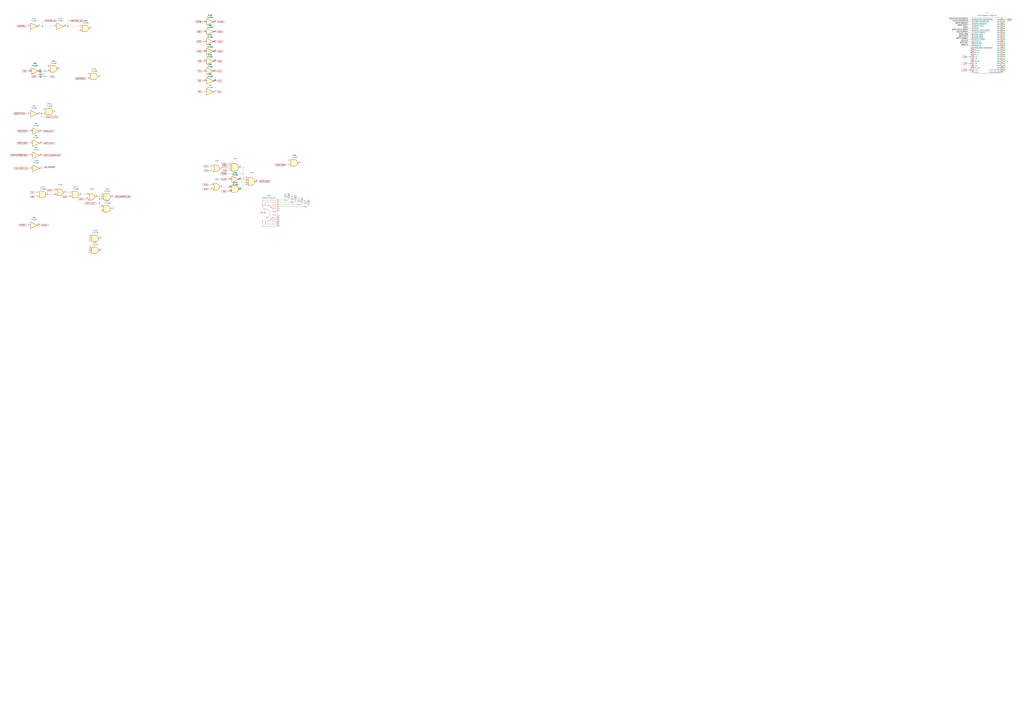
<source format=kicad_sch>
(kicad_sch (version 20211123) (generator eeschema)
  (paper "A0")
  (lib_symbols
    (symbol "74xx:74LS00" (pin_names (offset 1.016))
      (property "Reference" "U" (at 0 1.27 0))
      (property "Value" "74LS00" (at 0 -1.27 0))
      (symbol "74LS00_1_1"
        (pin input line (at -7.62 2.54 0) (length 3.81) (name "~") (number "1"))
        (pin input line (at -7.62 -2.54 0) (length 3.81) (name "~") (number "2"))
        (pin output inverted (at 7.62 0 180) (length 3.81) (name "~") (number "3"))
      )
      (symbol "74LS00_1_2"
        (pin input inverted (at -7.62 2.54 0) (length 4.318) (name "~") (number "1"))
        (pin input inverted (at -7.62 -2.54 0) (length 4.318) (name "~") (number "2"))
        (pin output line (at 7.62 0 180) (length 3.81) (name "~") (number "3"))
      )
      (symbol "74LS00_2_1"
        (pin input line (at -7.62 2.54 0) (length 3.81) (name "~") (number "4"))
        (pin input line (at -7.62 -2.54 0) (length 3.81) (name "~") (number "5"))
        (pin output inverted (at 7.62 0 180) (length 3.81) (name "~") (number "6"))
      )
      (symbol "74LS00_2_2"
        (pin input inverted (at -7.62 2.54 0) (length 4.318) (name "~") (number "4"))
        (pin input inverted (at -7.62 -2.54 0) (length 4.318) (name "~") (number "5"))
        (pin output line (at 7.62 0 180) (length 3.81) (name "~") (number "6"))
      )
      (symbol "74LS00_3_1"
        (pin input line (at -7.62 -2.54 0) (length 3.81) (name "~") (number "10"))
        (pin output inverted (at 7.62 0 180) (length 3.81) (name "~") (number "8"))
        (pin input line (at -7.62 2.54 0) (length 3.81) (name "~") (number "9"))
      )
      (symbol "74LS00_3_2"
        (pin input inverted (at -7.62 -2.54 0) (length 4.318) (name "~") (number "10"))
        (pin output line (at 7.62 0 180) (length 3.81) (name "~") (number "8"))
        (pin input inverted (at -7.62 2.54 0) (length 4.318) (name "~") (number "9"))
      )
      (symbol "74LS00_4_1"
        (pin output inverted (at 7.62 0 180) (length 3.81) (name "~") (number "11"))
        (pin input line (at -7.62 2.54 0) (length 3.81) (name "~") (number "12"))
        (pin input line (at -7.62 -2.54 0) (length 3.81) (name "~") (number "13"))
      )
      (symbol "74LS00_4_2"
        (pin output line (at 7.62 0 180) (length 3.81) (name "~") (number "11"))
        (pin input inverted (at -7.62 2.54 0) (length 4.318) (name "~") (number "12"))
        (pin input inverted (at -7.62 -2.54 0) (length 4.318) (name "~") (number "13"))
      )
      (symbol "74LS00_5_0"
        (pin power_in line (at 0 12.7 270) (length 5.08) (name "VCC") (number "14"))
        (pin power_in line (at 0 -12.7 90) (length 5.08) (name "GND") (number "7"))
      )
    )
    (symbol "74xx:74LS04"
      (property "Reference" "U" (at 0 1.27 0))
      (property "Value" "74LS04" (at 0 -1.27 0))
      (symbol "74LS04_1_0"
        (pin input line (at -7.62 0 0) (length 3.81) (name "~") (number "1"))
        (pin output inverted (at 7.62 0 180) (length 3.81) (name "~") (number "2"))
      )
      (symbol "74LS04_2_0"
        (pin input line (at -7.62 0 0) (length 3.81) (name "~") (number "3"))
        (pin output inverted (at 7.62 0 180) (length 3.81) (name "~") (number "4"))
      )
      (symbol "74LS04_3_0"
        (pin input line (at -7.62 0 0) (length 3.81) (name "~") (number "5"))
        (pin output inverted (at 7.62 0 180) (length 3.81) (name "~") (number "6"))
      )
      (symbol "74LS04_4_0"
        (pin output inverted (at 7.62 0 180) (length 3.81) (name "~") (number "8"))
        (pin input line (at -7.62 0 0) (length 3.81) (name "~") (number "9"))
      )
      (symbol "74LS04_5_0"
        (pin output inverted (at 7.62 0 180) (length 3.81) (name "~") (number "10"))
        (pin input line (at -7.62 0 0) (length 3.81) (name "~") (number "11"))
      )
      (symbol "74LS04_6_0"
        (pin output inverted (at 7.62 0 180) (length 3.81) (name "~") (number "12"))
        (pin input line (at -7.62 0 0) (length 3.81) (name "~") (number "13"))
      )
      (symbol "74LS04_7_0"
        (pin power_in line (at 0 12.7 270) (length 5.08) (name "VCC") (number "14"))
        (pin power_in line (at 0 -12.7 90) (length 5.08) (name "GND") (number "7"))
      )
    )
    (symbol "74xx:74LS05" (pin_names (offset 1.016))
      (property "Reference" "U" (at 0 1.27 0))
      (property "Value" "74LS05" (at 0 -1.27 0))
      (symbol "74LS05_1_0"
        (pin input line (at -7.62 0 0) (length 3.81) (name "~") (number "1"))
        (pin open_collector inverted (at 7.62 0 180) (length 3.81) (name "~") (number "2"))
      )
      (symbol "74LS05_2_0"
        (pin input line (at -7.62 0 0) (length 3.81) (name "~") (number "3"))
        (pin open_collector inverted (at 7.62 0 180) (length 3.81) (name "~") (number "4"))
      )
      (symbol "74LS05_3_0"
        (pin input line (at -7.62 0 0) (length 3.81) (name "~") (number "5"))
        (pin open_collector inverted (at 7.62 0 180) (length 3.81) (name "~") (number "6"))
      )
      (symbol "74LS05_4_0"
        (pin open_collector inverted (at 7.62 0 180) (length 3.81) (name "~") (number "8"))
        (pin input line (at -7.62 0 0) (length 3.81) (name "~") (number "9"))
      )
      (symbol "74LS05_5_0"
        (pin open_collector inverted (at 7.62 0 180) (length 3.81) (name "~") (number "10"))
        (pin input line (at -7.62 0 0) (length 3.81) (name "~") (number "11"))
      )
      (symbol "74LS05_6_0"
        (pin open_collector inverted (at 7.62 0 180) (length 3.81) (name "~") (number "12"))
        (pin input line (at -7.62 0 0) (length 3.81) (name "~") (number "13"))
      )
      (symbol "74LS05_7_0"
        (pin power_in line (at 0 12.7 270) (length 5.08) (name "VCC") (number "14"))
        (pin power_in line (at 0 -12.7 90) (length 5.08) (name "GND") (number "7"))
      )
    )
    (symbol "74xx:74LS08" (pin_names (offset 1.016))
      (property "Reference" "U" (at 0 1.27 0))
      (property "Value" "74LS08" (at 0 -1.27 0))
      (symbol "74LS08_1_1"
        (pin input line (at -7.62 2.54 0) (length 3.81) (name "~") (number "1"))
        (pin input line (at -7.62 -2.54 0) (length 3.81) (name "~") (number "2"))
        (pin output line (at 7.62 0 180) (length 3.81) (name "~") (number "3"))
      )
      (symbol "74LS08_1_2"
        (pin input inverted (at -7.62 2.54 0) (length 4.318) (name "~") (number "1"))
        (pin input inverted (at -7.62 -2.54 0) (length 4.318) (name "~") (number "2"))
        (pin output inverted (at 7.62 0 180) (length 3.81) (name "~") (number "3"))
      )
      (symbol "74LS08_2_1"
        (pin input line (at -7.62 2.54 0) (length 3.81) (name "~") (number "4"))
        (pin input line (at -7.62 -2.54 0) (length 3.81) (name "~") (number "5"))
        (pin output line (at 7.62 0 180) (length 3.81) (name "~") (number "6"))
      )
      (symbol "74LS08_2_2"
        (pin input inverted (at -7.62 2.54 0) (length 4.318) (name "~") (number "4"))
        (pin input inverted (at -7.62 -2.54 0) (length 4.318) (name "~") (number "5"))
        (pin output inverted (at 7.62 0 180) (length 3.81) (name "~") (number "6"))
      )
      (symbol "74LS08_3_1"
        (pin input line (at -7.62 -2.54 0) (length 3.81) (name "~") (number "10"))
        (pin output line (at 7.62 0 180) (length 3.81) (name "~") (number "8"))
        (pin input line (at -7.62 2.54 0) (length 3.81) (name "~") (number "9"))
      )
      (symbol "74LS08_3_2"
        (pin input inverted (at -7.62 -2.54 0) (length 4.318) (name "~") (number "10"))
        (pin output inverted (at 7.62 0 180) (length 3.81) (name "~") (number "8"))
        (pin input inverted (at -7.62 2.54 0) (length 4.318) (name "~") (number "9"))
      )
      (symbol "74LS08_4_1"
        (pin output line (at 7.62 0 180) (length 3.81) (name "~") (number "11"))
        (pin input line (at -7.62 2.54 0) (length 3.81) (name "~") (number "12"))
        (pin input line (at -7.62 -2.54 0) (length 3.81) (name "~") (number "13"))
      )
      (symbol "74LS08_4_2"
        (pin output inverted (at 7.62 0 180) (length 3.81) (name "~") (number "11"))
        (pin input inverted (at -7.62 2.54 0) (length 4.318) (name "~") (number "12"))
        (pin input inverted (at -7.62 -2.54 0) (length 4.318) (name "~") (number "13"))
      )
      (symbol "74LS08_5_0"
        (pin power_in line (at 0 12.7 270) (length 5.08) (name "VCC") (number "14"))
        (pin power_in line (at 0 -12.7 90) (length 5.08) (name "GND") (number "7"))
      )
    )
    (symbol "74xx:74LS10" (pin_names (offset 1.016))
      (property "Reference" "U" (at 0 1.27 0))
      (property "Value" "74LS10" (at 0 -1.27 0))
      (symbol "74LS10_1_1"
        (pin input line (at -7.62 2.54 0) (length 3.81) (name "~") (number "1"))
        (pin output inverted (at 7.62 0 180) (length 3.81) (name "~") (number "12"))
        (pin input line (at -7.62 -2.54 0) (length 3.81) (name "~") (number "13"))
        (pin input line (at -7.62 0 0) (length 3.81) (name "~") (number "2"))
      )
      (symbol "74LS10_1_2"
        (pin input inverted (at -7.62 2.54 0) (length 4.318) (name "~") (number "1"))
        (pin output line (at 7.62 0 180) (length 3.81) (name "~") (number "12"))
        (pin input inverted (at -7.62 -2.54 0) (length 4.318) (name "~") (number "13"))
        (pin input inverted (at -7.62 0 0) (length 4.953) (name "~") (number "2"))
      )
      (symbol "74LS10_2_1"
        (pin input line (at -7.62 2.54 0) (length 3.81) (name "~") (number "3"))
        (pin input line (at -7.62 0 0) (length 3.81) (name "~") (number "4"))
        (pin input line (at -7.62 -2.54 0) (length 3.81) (name "~") (number "5"))
        (pin output inverted (at 7.62 0 180) (length 3.81) (name "~") (number "6"))
      )
      (symbol "74LS10_2_2"
        (pin input inverted (at -7.62 2.54 0) (length 4.318) (name "~") (number "3"))
        (pin input inverted (at -7.62 0 0) (length 4.953) (name "~") (number "4"))
        (pin input inverted (at -7.62 -2.54 0) (length 4.318) (name "~") (number "5"))
        (pin output line (at 7.62 0 180) (length 3.81) (name "~") (number "6"))
      )
      (symbol "74LS10_3_1"
        (pin input line (at -7.62 0 0) (length 3.81) (name "~") (number "10"))
        (pin input line (at -7.62 -2.54 0) (length 3.81) (name "~") (number "11"))
        (pin output inverted (at 7.62 0 180) (length 3.81) (name "~") (number "8"))
        (pin input line (at -7.62 2.54 0) (length 3.81) (name "~") (number "9"))
      )
      (symbol "74LS10_3_2"
        (pin input inverted (at -7.62 0 0) (length 4.953) (name "~") (number "10"))
        (pin input inverted (at -7.62 -2.54 0) (length 4.318) (name "~") (number "11"))
        (pin output line (at 7.62 0 180) (length 3.81) (name "~") (number "8"))
        (pin input inverted (at -7.62 2.54 0) (length 4.318) (name "~") (number "9"))
      )
      (symbol "74LS10_4_0"
        (pin power_in line (at 0 12.7 270) (length 5.08) (name "VCC") (number "14"))
        (pin power_in line (at 0 -12.7 90) (length 5.08) (name "GND") (number "7"))
      )
    )
    (symbol "74xx:74LS20" (pin_names (offset 1.016))
      (property "Reference" "U" (at 0 1.27 0))
      (property "Value" "74LS20" (at 0 -1.27 0))
      (symbol "74LS20_1_1"
        (pin input line (at -7.62 3.81 0) (length 3.81) (name "~") (number "1"))
        (pin input line (at -7.62 1.27 0) (length 3.81) (name "~") (number "2"))
        (pin input line (at -7.62 -1.27 0) (length 3.81) (name "~") (number "4"))
        (pin input line (at -7.62 -3.81 0) (length 3.81) (name "~") (number "5"))
        (pin output inverted (at 7.62 0 180) (length 3.81) (name "~") (number "6"))
      )
      (symbol "74LS20_1_2"
        (pin input inverted (at -7.62 3.81 0) (length 3.81) (name "~") (number "1"))
        (pin input inverted (at -7.62 1.27 0) (length 4.826) (name "~") (number "2"))
        (pin input inverted (at -7.62 -1.27 0) (length 4.826) (name "~") (number "4"))
        (pin input inverted (at -7.62 -3.81 0) (length 3.81) (name "~") (number "5"))
        (pin output line (at 7.62 0 180) (length 3.81) (name "~") (number "6"))
      )
      (symbol "74LS20_2_1"
        (pin input line (at -7.62 1.27 0) (length 3.81) (name "~") (number "10"))
        (pin input line (at -7.62 -1.27 0) (length 3.81) (name "~") (number "12"))
        (pin input line (at -7.62 -3.81 0) (length 3.81) (name "~") (number "13"))
        (pin output inverted (at 7.62 0 180) (length 3.81) (name "~") (number "8"))
        (pin input line (at -7.62 3.81 0) (length 3.81) (name "~") (number "9"))
      )
      (symbol "74LS20_2_2"
        (pin input inverted (at -7.62 1.27 0) (length 4.826) (name "~") (number "10"))
        (pin input inverted (at -7.62 -1.27 0) (length 4.826) (name "~") (number "12"))
        (pin input inverted (at -7.62 -3.81 0) (length 3.81) (name "~") (number "13"))
        (pin output line (at 7.62 0 180) (length 3.81) (name "~") (number "8"))
        (pin input inverted (at -7.62 3.81 0) (length 3.81) (name "~") (number "9"))
      )
      (symbol "74LS20_3_0"
        (pin power_in line (at 0 12.7 270) (length 5.08) (name "VCC") (number "14"))
        (pin power_in line (at 0 -12.7 90) (length 5.08) (name "GND") (number "7"))
      )
    )
    (symbol "74xx:74LS32" (pin_names (offset 1.016))
      (property "Reference" "U" (at 0 1.27 0))
      (property "Value" "74LS32" (at 0 -1.27 0))
      (symbol "74LS32_1_1"
        (pin input line (at -7.62 2.54 0) (length 4.318) (name "~") (number "1"))
        (pin input line (at -7.62 -2.54 0) (length 4.318) (name "~") (number "2"))
        (pin output line (at 7.62 0 180) (length 3.81) (name "~") (number "3"))
      )
      (symbol "74LS32_1_2"
        (pin input inverted (at -7.62 2.54 0) (length 3.81) (name "~") (number "1"))
        (pin input inverted (at -7.62 -2.54 0) (length 3.81) (name "~") (number "2"))
        (pin output inverted (at 7.62 0 180) (length 3.81) (name "~") (number "3"))
      )
      (symbol "74LS32_2_1"
        (pin input line (at -7.62 2.54 0) (length 4.318) (name "~") (number "4"))
        (pin input line (at -7.62 -2.54 0) (length 4.318) (name "~") (number "5"))
        (pin output line (at 7.62 0 180) (length 3.81) (name "~") (number "6"))
      )
      (symbol "74LS32_2_2"
        (pin input inverted (at -7.62 2.54 0) (length 3.81) (name "~") (number "4"))
        (pin input inverted (at -7.62 -2.54 0) (length 3.81) (name "~") (number "5"))
        (pin output inverted (at 7.62 0 180) (length 3.81) (name "~") (number "6"))
      )
      (symbol "74LS32_3_1"
        (pin input line (at -7.62 -2.54 0) (length 4.318) (name "~") (number "10"))
        (pin output line (at 7.62 0 180) (length 3.81) (name "~") (number "8"))
        (pin input line (at -7.62 2.54 0) (length 4.318) (name "~") (number "9"))
      )
      (symbol "74LS32_3_2"
        (pin input inverted (at -7.62 -2.54 0) (length 3.81) (name "~") (number "10"))
        (pin output inverted (at 7.62 0 180) (length 3.81) (name "~") (number "8"))
        (pin input inverted (at -7.62 2.54 0) (length 3.81) (name "~") (number "9"))
      )
      (symbol "74LS32_4_1"
        (pin output line (at 7.62 0 180) (length 3.81) (name "~") (number "11"))
        (pin input line (at -7.62 2.54 0) (length 4.318) (name "~") (number "12"))
        (pin input line (at -7.62 -2.54 0) (length 4.318) (name "~") (number "13"))
      )
      (symbol "74LS32_4_2"
        (pin output inverted (at 7.62 0 180) (length 3.81) (name "~") (number "11"))
        (pin input inverted (at -7.62 2.54 0) (length 3.81) (name "~") (number "12"))
        (pin input inverted (at -7.62 -2.54 0) (length 3.81) (name "~") (number "13"))
      )
      (symbol "74LS32_5_0"
        (pin power_in line (at 0 12.7 270) (length 5.08) (name "VCC") (number "14"))
        (pin power_in line (at 0 -12.7 90) (length 5.08) (name "GND") (number "7"))
      )
    )
    (symbol "Data General:Disc_Adapter_Floppy"
      (property "Reference" "P" (at -16.51 -1.27 0))
      (property "Value" "Disc_Adapter_Floppy" (at 0 -1.27 0))
      (symbol "Disc_Adapter_Floppy_1_1"
        (pin passive line (at -19.05 62.23 0) (length 2.54) (name "~{READ_DATA_SEPERATED}") (number "1"))
        (pin passive line (at -19.05 39.37 0) (length 2.54) (name "~{WRITE_ENABLE}") (number "10"))
        (pin passive line (at -19.05 36.83 0) (length 2.54) (name "~{STEP_IN}") (number "11"))
        (pin passive line (at -19.05 34.29 0) (length 2.54) (name "~{STEP_OUT}") (number "12"))
        (pin passive line (at -19.05 31.75 0) (length 2.54) (name "~{TRACK_0}") (number "13"))
        (pin passive line (at -19.05 29.21 0) (length 2.54) (name "~{READ_DATA_COMPOSITE}") (number "14"))
        (pin unspecified line (at -19.05 26.67 0) (length 2.54) (name "Pin_15") (number "15"))
        (pin unspecified line (at -19.05 24.13 0) (length 2.54) (name "Pin_16") (number "16"))
        (pin unspecified line (at -19.05 21.59 0) (length 2.54) (name "Pin_17") (number "17"))
        (pin passive line (at -19.05 19.05 0) (length 2.54) (name "+5V") (number "18"))
        (pin passive line (at -19.05 16.51 0) (length 2.54) (name "+5V") (number "19"))
        (pin passive line (at -19.05 59.69 0) (length 2.54) (name "~{CLOCK_SEPERATED}") (number "2"))
        (pin unspecified line (at -19.05 13.97 0) (length 2.54) (name "Pin_20") (number "20"))
        (pin passive line (at -19.05 11.43 0) (length 2.54) (name "-5V") (number "21"))
        (pin passive line (at -19.05 8.89 0) (length 2.54) (name "-5V") (number "22"))
        (pin unspecified line (at -19.05 6.35 0) (length 2.54) (name "Pin_23") (number "23"))
        (pin passive line (at -19.05 3.81 0) (length 2.54) (name "+24V") (number "24"))
        (pin passive line (at -19.05 1.27 0) (length 2.54) (name "+24V") (number "25"))
        (pin passive line (at 17.78 62.23 180) (length 2.54) (name "GND") (number "26"))
        (pin passive line (at 17.78 59.69 180) (length 2.54) (name "GND") (number "27"))
        (pin passive line (at 17.78 57.15 180) (length 2.54) (name "GND") (number "28"))
        (pin passive line (at 17.78 54.61 180) (length 2.54) (name "GND") (number "29"))
        (pin passive line (at -19.05 57.15 0) (length 2.54) (name "~{WRITE_PROTECT}") (number "3"))
        (pin passive line (at 17.78 52.07 180) (length 2.54) (name "GND") (number "30"))
        (pin passive line (at 17.78 49.53 180) (length 2.54) (name "GND") (number "31"))
        (pin passive line (at 17.78 46.99 180) (length 2.54) (name "GND") (number "32"))
        (pin passive line (at 17.78 44.45 180) (length 2.54) (name "GND") (number "33"))
        (pin passive line (at 17.78 41.91 180) (length 2.54) (name "GND") (number "34"))
        (pin passive line (at 17.78 39.37 180) (length 2.54) (name "GND") (number "35"))
        (pin passive line (at 17.78 36.83 180) (length 2.54) (name "GND") (number "36"))
        (pin passive line (at 17.78 34.29 180) (length 2.54) (name "GND") (number "37"))
        (pin passive line (at 17.78 31.75 180) (length 2.54) (name "GND") (number "38"))
        (pin passive line (at 17.78 29.21 180) (length 2.54) (name "GND") (number "39"))
        (pin passive line (at -19.05 54.61 0) (length 2.54) (name "~{WRITE_FAULT}") (number "4"))
        (pin passive line (at 17.78 26.67 180) (length 2.54) (name "GND") (number "40"))
        (pin passive line (at 17.78 24.13 180) (length 2.54) (name "GND") (number "41"))
        (pin passive line (at 17.78 21.59 180) (length 2.54) (name "GND") (number "42"))
        (pin passive line (at 17.78 19.05 180) (length 2.54) (name "GND") (number "43"))
        (pin passive line (at 17.78 16.51 180) (length 2.54) (name "GND") (number "44"))
        (pin passive line (at 17.78 13.97 180) (length 2.54) (name "GND") (number "45"))
        (pin passive line (at 17.78 11.43 180) (length 2.54) (name "GND") (number "46"))
        (pin passive line (at 17.78 8.89 180) (length 2.54) (name "GND") (number "47"))
        (pin passive line (at 17.78 6.35 180) (length 2.54) (name "GND") (number "48"))
        (pin passive line (at 17.78 3.81 180) (length 2.54) (name "+24V_RETURN") (number "49"))
        (pin passive line (at -19.05 52.07 0) (length 2.54) (name "~{INDEX}") (number "5"))
        (pin passive line (at 17.78 1.27 180) (length 2.54) (name "+24V_RETURN") (number "50"))
        (pin passive line (at -19.05 49.53 0) (length 2.54) (name "~{WRITE_FAULT_RESET}") (number "6"))
        (pin passive line (at -19.05 46.99 0) (length 2.54) (name "~{LOW_CURRENT}") (number "7"))
        (pin passive line (at -19.05 44.45 0) (length 2.54) (name "~{HEAD_LOAD}") (number "8"))
        (pin passive line (at -19.05 41.91 0) (length 2.54) (name "~{WRITE_DATA}") (number "9"))
      )
    )
    (symbol "Device:C_Small" (pin_numbers hide) (pin_names (offset 0.254) hide)
      (property "Reference" "C" (at 0.254 1.778 0))
      (property "Value" "C_Small" (at 0.254 -2.032 0))
      (symbol "C_Small_1_1"
        (pin passive line (at 0 2.54 270) (length 2.032) (name "~") (number "1"))
        (pin passive line (at 0 -2.54 90) (length 2.032) (name "~") (number "2"))
      )
    )
    (symbol "Device:R_Small_US" (pin_numbers hide) (pin_names (offset 0.254) hide)
      (property "Reference" "R" (at 0.762 0.508 0))
      (property "Value" "R_Small_US" (at 0.762 -1.016 0))
      (symbol "R_Small_US_1_1"
        (pin passive line (at 0 2.54 270) (length 1.016) (name "~") (number "1"))
        (pin passive line (at 0 -2.54 90) (length 1.016) (name "~") (number "2"))
      )
    )
    (symbol "Switch:SW_Rotary12" (pin_names (offset 1.016) hide)
      (property "Reference" "SW" (at 0 17.78 0))
      (property "Value" "SW_Rotary12" (at 0 -17.78 0))
      (symbol "SW_Rotary12_0_1"
        (pin passive line (at 10.16 15.24 180) (length 5.08) (name "1") (number "1"))
        (pin passive line (at 10.16 -10.16 180) (length 5.08) (name "10") (number "10"))
        (pin passive line (at 10.16 -12.7 180) (length 5.08) (name "11") (number "11"))
        (pin passive line (at 10.16 -15.24 180) (length 5.08) (name "12") (number "12"))
        (pin passive line (at -15.24 0 0) (length 7.62) (name "13") (number "13"))
        (pin passive line (at 10.16 12.7 180) (length 5.08) (name "2") (number "2"))
        (pin passive line (at 10.16 10.16 180) (length 5.08) (name "3") (number "3"))
        (pin passive line (at 10.16 7.62 180) (length 5.08) (name "4") (number "4"))
        (pin passive line (at 10.16 5.08 180) (length 5.08) (name "5") (number "5"))
        (pin passive line (at 10.16 2.54 180) (length 5.08) (name "6") (number "6"))
        (pin passive line (at 10.16 -2.54 180) (length 5.08) (name "7") (number "7"))
        (pin passive line (at 10.16 -5.08 180) (length 5.08) (name "8") (number "8"))
        (pin passive line (at 10.16 -7.62 180) (length 5.08) (name "9") (number "9"))
      )
    )
  )
  (junction (at 1165.86 50.8))
  (junction (at 1165.86 35.56))
  (junction (at 1165.86 73.66))
  (junction (at 1165.86 66.04))
  (junction (at 1165.86 25.4))
  (junction (at 1165.86 78.74))
  (junction (at 1165.86 60.96))
  (junction (at 115.57 231.14))
  (junction (at 1165.86 76.2))
  (junction (at 1165.86 53.34))
  (junction (at 48.26 132.08))
  (junction (at 1126.49 73.66))
  (junction (at 1126.49 66.04))
  (junction (at 1165.86 22.86))
  (junction (at 49.53 30.48))
  (junction (at 1165.86 81.28))
  (junction (at 1165.86 38.1))
  (junction (at 1165.86 63.5))
  (junction (at 1165.86 68.58))
  (junction (at 1165.86 27.94))
  (junction (at 115.57 236.22))
  (junction (at 1165.86 40.64))
  (junction (at 78.74 30.48))
  (junction (at 1165.86 33.02))
  (junction (at 1165.86 71.12))
  (junction (at 1165.86 43.18))
  (junction (at 1165.86 55.88))
  (junction (at 1126.49 81.28))
  (junction (at 52.07 88.9))
  (junction (at 52.07 82.55))
  (junction (at 1165.86 58.42))
  (junction (at 1165.86 48.26))
  (junction (at 1165.86 45.72))
  (junction (at 1165.86 30.48))
  (no_connect (at 1127.76 71.12))
  (no_connect (at 1127.76 78.74))
  (no_connect (at 1127.76 63.5))
  (no_connect (at 1127.76 60.96))
  (no_connect (at 1127.76 58.42))
  (no_connect (at 1127.76 55.88))
  (wire (pts (xy 281.94 212.09) (xy 284.48 212.09)))
  (wire (pts (xy 1123.95 33.02) (xy 1127.76 33.02)))
  (wire (pts (xy 1123.95 38.1) (xy 1127.76 38.1)))
  (wire (pts (xy 280.67 208.28) (xy 281.94 208.28)))
  (wire (pts (xy 1165.86 53.34) (xy 1165.86 55.88)))
  (wire (pts (xy 1123.95 48.26) (xy 1127.76 48.26)))
  (wire (pts (xy 77.47 30.48) (xy 78.74 30.48)))
  (wire (pts (xy 1126.49 68.58) (xy 1127.76 68.58)))
  (wire (pts (xy 1165.86 30.48) (xy 1165.86 33.02)))
  (wire (pts (xy 1165.86 38.1) (xy 1165.86 40.64)))
  (wire (pts (xy 252.73 36.83) (xy 251.46 36.83)))
  (wire (pts (xy 114.3 228.6) (xy 116.84 228.6)))
  (wire (pts (xy 242.57 219.71) (xy 243.84 219.71)))
  (wire (pts (xy 1165.86 66.04) (xy 1165.86 68.58)))
  (wire (pts (xy 1165.86 48.26) (xy 1165.86 50.8)))
  (wire (pts (xy 264.16 193.04) (xy 265.43 193.04)))
  (wire (pts (xy 242.57 198.12) (xy 243.84 198.12)))
  (wire (pts (xy 1165.86 38.1) (xy 1164.59 38.1)))
  (wire (pts (xy 264.16 201.93) (xy 281.94 201.93)))
  (wire (pts (xy 1165.86 22.86) (xy 1165.86 25.4)))
  (wire (pts (xy 40.64 223.52) (xy 41.91 223.52)))
  (wire (pts (xy 49.53 166.37) (xy 50.8 166.37)))
  (wire (pts (xy 1123.95 30.48) (xy 1127.76 30.48)))
  (wire (pts (xy 115.57 226.06) (xy 115.57 231.14)))
  (wire (pts (xy 1165.86 43.18) (xy 1164.59 43.18)))
  (wire (pts (xy 234.95 93.98) (xy 236.22 93.98)))
  (wire (pts (xy 1165.86 53.34) (xy 1164.59 53.34)))
  (wire (pts (xy 133.35 228.6) (xy 132.08 228.6)))
  (wire (pts (xy 60.96 220.98) (xy 62.23 220.98)))
  (wire (pts (xy 325.12 237.49) (xy 344.17 237.49)))
  (wire (pts (xy 1164.59 83.82) (xy 1165.86 83.82)))
  (wire (pts (xy 1165.86 63.5) (xy 1164.59 63.5)))
  (wire (pts (xy 283.21 194.31) (xy 283.21 209.55)))
  (wire (pts (xy 335.28 232.41) (xy 335.28 229.87)))
  (wire (pts (xy 349.25 237.49) (xy 350.52 237.49)))
  (wire (pts (xy 49.53 152.4) (xy 50.8 152.4)))
  (wire (pts (xy 252.73 82.55) (xy 251.46 82.55)))
  (wire (pts (xy 264.16 222.25) (xy 265.43 222.25)))
  (wire (pts (xy 264.16 208.28) (xy 265.43 208.28)))
  (wire (pts (xy 1123.95 53.34) (xy 1127.76 53.34)))
  (wire (pts (xy 1165.86 63.5) (xy 1165.86 66.04)))
  (wire (pts (xy 234.95 48.26) (xy 236.22 48.26)))
  (wire (pts (xy 78.74 30.48) (xy 78.74 24.13)))
  (wire (pts (xy 95.25 226.06) (xy 99.06 226.06)))
  (wire (pts (xy 1165.86 78.74) (xy 1165.86 81.28)))
  (wire (pts (xy 1123.95 43.18) (xy 1127.76 43.18)))
  (wire (pts (xy 40.64 228.6) (xy 41.91 228.6)))
  (wire (pts (xy 328.93 232.41) (xy 325.12 232.41)))
  (wire (pts (xy 49.53 180.34) (xy 50.8 180.34)))
  (wire (pts (xy 49.53 88.9) (xy 52.07 88.9)))
  (wire (pts (xy 30.48 132.08) (xy 31.75 132.08)))
  (wire (pts (xy 33.02 152.4) (xy 34.29 152.4)))
  (wire (pts (xy 325.12 234.95) (xy 336.55 234.95)))
  (wire (pts (xy 78.74 24.13) (xy 81.28 24.13)))
  (wire (pts (xy 281.94 208.28) (xy 281.94 212.09)))
  (wire (pts (xy 1165.86 76.2) (xy 1165.86 78.74)))
  (wire (pts (xy 234.95 82.55) (xy 236.22 82.55)))
  (wire (pts (xy 1123.95 25.4) (xy 1127.76 25.4)))
  (wire (pts (xy 1123.95 35.56) (xy 1127.76 35.56)))
  (wire (pts (xy 46.99 132.08) (xy 48.26 132.08)))
  (wire (pts (xy 1164.59 76.2) (xy 1165.86 76.2)))
  (wire (pts (xy 57.15 226.06) (xy 62.23 226.06)))
  (wire (pts (xy 1165.86 55.88) (xy 1164.59 55.88)))
  (wire (pts (xy 280.67 194.31) (xy 283.21 194.31)))
  (wire (pts (xy 252.73 93.98) (xy 251.46 93.98)))
  (wire (pts (xy 50.8 195.58) (xy 49.53 195.58)))
  (wire (pts (xy 1165.86 55.88) (xy 1165.86 58.42)))
  (wire (pts (xy 332.74 191.77) (xy 334.01 191.77)))
  (wire (pts (xy 53.34 135.89) (xy 48.26 135.89)))
  (wire (pts (xy 252.73 25.4) (xy 251.46 25.4)))
  (wire (pts (xy 259.08 217.17) (xy 265.43 217.17)))
  (wire (pts (xy 1123.95 22.86) (xy 1127.76 22.86)))
  (wire (pts (xy 1122.68 73.66) (xy 1126.49 73.66)))
  (wire (pts (xy 1164.59 50.8) (xy 1165.86 50.8)))
  (wire (pts (xy 1165.86 25.4) (xy 1164.59 25.4)))
  (wire (pts (xy 30.48 261.62) (xy 31.75 261.62)))
  (wire (pts (xy 77.47 223.52) (xy 80.01 223.52)))
  (wire (pts (xy 48.26 135.89) (xy 48.26 132.08)))
  (wire (pts (xy 234.95 36.83) (xy 236.22 36.83)))
  (wire (pts (xy 234.95 59.69) (xy 236.22 59.69)))
  (wire (pts (xy 1122.68 66.04) (xy 1126.49 66.04)))
  (wire (pts (xy 334.01 232.41) (xy 335.28 232.41)))
  (wire (pts (xy 1165.86 25.4) (xy 1165.86 27.94)))
  (wire (pts (xy 1165.86 66.04) (xy 1164.59 66.04)))
  (wire (pts (xy 300.99 210.82) (xy 299.72 210.82)))
  (wire (pts (xy 252.73 59.69) (xy 251.46 59.69)))
  (wire (pts (xy 1165.86 71.12) (xy 1164.59 71.12)))
  (wire (pts (xy 1165.86 22.86) (xy 1169.67 22.86)))
  (wire (pts (xy 1165.86 71.12) (xy 1165.86 73.66)))
  (wire (pts (xy 1165.86 30.48) (xy 1164.59 30.48)))
  (wire (pts (xy 30.48 30.48) (xy 31.75 30.48)))
  (wire (pts (xy 350.52 237.49) (xy 350.52 234.95)))
  (wire (pts (xy 1165.86 58.42) (xy 1165.86 60.96)))
  (wire (pts (xy 1165.86 50.8) (xy 1165.86 53.34)))
  (wire (pts (xy 1165.86 27.94) (xy 1164.59 27.94)))
  (wire (pts (xy 1165.86 60.96) (xy 1164.59 60.96)))
  (wire (pts (xy 341.63 234.95) (xy 342.9 234.95)))
  (wire (pts (xy 115.57 240.03) (xy 116.84 240.03)))
  (wire (pts (xy 1165.86 33.02) (xy 1165.86 35.56)))
  (wire (pts (xy 1165.86 78.74) (xy 1164.59 78.74)))
  (wire (pts (xy 1165.86 60.96) (xy 1165.86 63.5)))
  (wire (pts (xy 52.07 88.9) (xy 58.42 88.9)))
  (wire (pts (xy 1165.86 48.26) (xy 1164.59 48.26)))
  (wire (pts (xy 33.02 195.58) (xy 34.29 195.58)))
  (wire (pts (xy 252.73 48.26) (xy 251.46 48.26)))
  (wire (pts (xy 52.07 82.55) (xy 52.07 88.9)))
  (wire (pts (xy 234.95 25.4) (xy 236.22 25.4)))
  (wire (pts (xy 242.57 193.04) (xy 243.84 193.04)))
  (wire (pts (xy 1164.59 22.86) (xy 1165.86 22.86)))
  (wire (pts (xy 116.84 226.06) (xy 115.57 226.06)))
  (wire (pts (xy 1165.86 68.58) (xy 1165.86 71.12)))
  (wire (pts (xy 356.87 240.03) (xy 358.14 240.03)))
  (wire (pts (xy 100.33 91.44) (xy 101.6 91.44)))
  (wire (pts (xy 1165.86 35.56) (xy 1165.86 38.1)))
  (wire (pts (xy 1165.86 81.28) (xy 1164.59 81.28)))
  (wire (pts (xy 41.91 88.9) (xy 44.45 88.9)))
  (wire (pts (xy 111.76 236.22) (xy 115.57 236.22)))
  (wire (pts (xy 1126.49 73.66) (xy 1126.49 76.2)))
  (wire (pts (xy 234.95 106.68) (xy 236.22 106.68)))
  (wire (pts (xy 49.53 30.48) (xy 46.99 30.48)))
  (wire (pts (xy 1123.95 40.64) (xy 1127.76 40.64)))
  (wire (pts (xy 1165.86 73.66) (xy 1164.59 73.66)))
  (wire (pts (xy 281.94 207.01) (xy 284.48 207.01)))
  (wire (pts (xy 115.57 236.22) (xy 115.57 240.03)))
  (wire (pts (xy 1127.76 66.04) (xy 1126.49 66.04)))
  (wire (pts (xy 1126.49 81.28) (xy 1126.49 83.82)))
  (wire (pts (xy 52.07 82.55) (xy 54.61 82.55)))
  (wire (pts (xy 1123.95 50.8) (xy 1127.76 50.8)))
  (wire (pts (xy 1165.86 43.18) (xy 1165.86 45.72)))
  (wire (pts (xy 1122.68 81.28) (xy 1126.49 81.28)))
  (wire (pts (xy 49.53 24.13) (xy 52.07 24.13)))
  (wire (pts (xy 259.08 195.58) (xy 265.43 195.58)))
  (wire (pts (xy 283.21 209.55) (xy 284.48 209.55)))
  (wire (pts (xy 264.16 190.5) (xy 265.43 190.5)))
  (wire (pts (xy 1127.76 81.28) (xy 1126.49 81.28)))
  (wire (pts (xy 1123.95 27.94) (xy 1127.76 27.94)))
  (wire (pts (xy 49.53 30.48) (xy 49.53 24.13)))
  (wire (pts (xy 48.26 82.55) (xy 52.07 82.55)))
  (wire (pts (xy 1123.95 45.72) (xy 1127.76 45.72)))
  (wire (pts (xy 31.75 82.55) (xy 33.02 82.55)))
  (wire (pts (xy 281.94 214.63) (xy 281.94 219.71)))
  (wire (pts (xy 284.48 214.63) (xy 281.94 214.63)))
  (wire (pts (xy 48.26 132.08) (xy 49.53 132.08)))
  (wire (pts (xy 281.94 219.71) (xy 280.67 219.71)))
  (wire (pts (xy 33.02 166.37) (xy 34.29 166.37)))
  (wire (pts (xy 1165.86 45.72) (xy 1164.59 45.72)))
  (wire (pts (xy 115.57 231.14) (xy 115.57 236.22)))
  (wire (pts (xy 1126.49 66.04) (xy 1126.49 68.58)))
  (wire (pts (xy 1165.86 58.42) (xy 1164.59 58.42)))
  (wire (pts (xy 281.94 201.93) (xy 281.94 207.01)))
  (wire (pts (xy 1165.86 33.02) (xy 1164.59 33.02)))
  (wire (pts (xy 252.73 71.12) (xy 251.46 71.12)))
  (wire (pts (xy 1126.49 76.2) (xy 1127.76 76.2)))
  (wire (pts (xy 1165.86 35.56) (xy 1164.59 35.56)))
  (wire (pts (xy 234.95 71.12) (xy 236.22 71.12)))
  (wire (pts (xy 62.23 30.48) (xy 49.53 30.48)))
  (wire (pts (xy 115.57 231.14) (xy 116.84 231.14)))
  (wire (pts (xy 242.57 214.63) (xy 243.84 214.63)))
  (wire (pts (xy 48.26 261.62) (xy 46.99 261.62)))
  (wire (pts (xy 1165.86 81.28) (xy 1165.86 83.82)))
  (wire (pts (xy 1127.76 73.66) (xy 1126.49 73.66)))
  (wire (pts (xy 342.9 234.95) (xy 342.9 232.41)))
  (wire (pts (xy 78.74 228.6) (xy 80.01 228.6)))
  (wire (pts (xy 325.12 240.03) (xy 351.79 240.03)))
  (wire (pts (xy 33.02 180.34) (xy 34.29 180.34)))
  (wire (pts (xy 264.16 198.12) (xy 265.43 198.12)))
  (wire (pts (xy 1165.86 40.64) (xy 1164.59 40.64)))
  (wire (pts (xy 97.79 231.14) (xy 99.06 231.14)))
  (wire (pts (xy 252.73 106.68) (xy 251.46 106.68)))
  (wire (pts (xy 358.14 240.03) (xy 358.14 237.49)))
  (wire (pts (xy 1165.86 45.72) (xy 1165.86 48.26)))
  (wire (pts (xy 1165.86 73.66) (xy 1165.86 76.2)))
  (wire (pts (xy 1126.49 83.82) (xy 1127.76 83.82)))
  (wire (pts (xy 78.74 30.48) (xy 91.44 30.48)))
  (wire (pts (xy 1165.86 27.94) (xy 1165.86 30.48)))
  (wire (pts (xy 1165.86 40.64) (xy 1165.86 43.18)))
  (wire (pts (xy 1165.86 68.58) (xy 1164.59 68.58)))
  (label "~{TRACK_0}" (at 1123.95 53.34 180))
  (label "~{STEP_IN}" (at 1123.95 48.26 180))
  (label "~{WRITE_FAULT_RESET}" (at 1123.95 35.56 180))
  (label "~{WRITE_PROTECT}" (at 1123.95 27.94 180))
  (label "~{INDEX}" (at 1123.95 33.02 180))
  (label "~{WRITE_ENABLE}" (at 1123.95 45.72 180))
  (label "~{LOW_CURRENT}" (at 50.8 195.58 0))
  (label "~{HEAD_LOAD}" (at 1123.95 40.64 180))
  (label "~{CLOCK_SEPERATED}" (at 1123.95 25.4 180))
  (label "~{READ_DATA_SEPERATED}" (at 1123.95 22.86 180))
  (label "~{STEP_OUT}" (at 1123.95 50.8 180))
  (label "~{WRITE_DATA}" (at 1123.95 43.18 180))
  (label "~{LOW_CURRENT}" (at 1123.95 38.1 180))
  (label "~{WRITE_FAULT}" (at 1123.95 30.48 180))
  (global_label "TA32" (shape input) (at 78.74 228.6 180) (property "Intersheet References" "${INTERSHEET_REFS}" (effects hide)))
  (global_label "~{RESTORE}" (shape input) (at 30.48 30.48 180) (property "Intersheet References" "${INTERSHEET_REFS}" (effects hide)))
  (global_label "TA64" (shape input) (at 97.79 231.14 180) (property "Intersheet References" "${INTERSHEET_REFS}" (effects hide)))
  (global_label "~{TAS}" (shape input) (at 31.75 82.55 180) (property "Intersheet References" "${INTERSHEET_REFS}" (effects hide)))
  (global_label "TA8" (shape output) (at 252.73 71.12 0) (property "Intersheet References" "${INTERSHEET_REFS}" (effects hide)))
  (global_label "~{TA2}" (shape input) (at 234.95 93.98 180) (property "Intersheet References" "${INTERSHEET_REFS}" (effects hide)))
  (global_label "FINISH" (shape output) (at 48.26 261.62 0) (property "Intersheet References" "${INTERSHEET_REFS}" (effects hide)))
  (global_label "~{RESTORE_AB" (shape output) (at 81.28 24.13 0) (property "Intersheet References" "${INTERSHEET_REFS}" (effects hide)))
  (global_label "TAS" (shape output) (at 58.42 88.9 0) (property "Intersheet References" "${INTERSHEET_REFS}" (effects hide)))
  (global_label "RESTORE_AB" (shape output) (at 52.07 24.13 0) (property "Intersheet References" "${INTERSHEET_REFS}" (effects hide)))
  (global_label "WRITE_DATA&CLOCK" (shape output) (at 50.8 180.34 0) (property "Intersheet References" "${INTERSHEET_REFS}" (effects hide)))
  (global_label "~{LOW_CURRENT_AB}" (shape output) (at 133.35 228.6 0) (property "Intersheet References" "${INTERSHEET_REFS}" (effects hide)))
  (global_label "+5V" (shape passive) (at 342.9 232.41 90) (property "Intersheet References" "${INTERSHEET_REFS}" (effects hide)))
  (global_label "GND" (shape passive) (at 41.91 88.9 180) (property "Intersheet References" "${INTERSHEET_REFS}" (effects hide)))
  (global_label "WRITE_GATE" (shape input) (at 111.76 236.22 180) (property "Intersheet References" "${INTERSHEET_REFS}" (effects hide)))
  (global_label "~{WRITE_GATE}" (shape input) (at 33.02 166.37 180) (property "Intersheet References" "${INTERSHEET_REFS}" (effects hide)))
  (global_label "~{TA4}" (shape input) (at 234.95 82.55 180) (property "Intersheet References" "${INTERSHEET_REFS}" (effects hide)))
  (global_label "READ_GATE" (shape output) (at 50.8 152.4 0) (property "Intersheet References" "${INTERSHEET_REFS}" (effects hide)))
  (global_label "~{DISKETTE_RW}" (shape input) (at 30.48 132.08 180) (property "Intersheet References" "${INTERSHEET_REFS}" (effects hide)))
  (global_label "TA32" (shape input) (at 242.57 219.71 180) (property "Intersheet References" "${INTERSHEET_REFS}" (effects hide)))
  (global_label "DISKETTE_RW" (shape output) (at 53.34 135.89 0) (property "Intersheet References" "${INTERSHEET_REFS}" (effects hide)))
  (global_label "~{TA1}" (shape input) (at 234.95 106.68 180) (property "Intersheet References" "${INTERSHEET_REFS}" (effects hide)))
  (global_label "TA1" (shape output) (at 252.73 106.68 0) (property "Intersheet References" "${INTERSHEET_REFS}" (effects hide)))
  (global_label "~{TA64}" (shape input) (at 234.95 36.83 180) (property "Intersheet References" "${INTERSHEET_REFS}" (effects hide)))
  (global_label "TA128" (shape output) (at 252.73 25.4 0) (property "Intersheet References" "${INTERSHEET_REFS}" (effects hide)))
  (global_label "+5V" (shape passive) (at 335.28 229.87 90) (property "Intersheet References" "${INTERSHEET_REFS}" (effects hide)))
  (global_label "TA2" (shape output) (at 252.73 93.98 0) (property "Intersheet References" "${INTERSHEET_REFS}" (effects hide)))
  (global_label "+5V" (shape passive) (at 1122.68 66.04 180) (property "Intersheet References" "${INTERSHEET_REFS}" (effects hide)))
  (global_label "TA16" (shape input) (at 60.96 220.98 180) (property "Intersheet References" "${INTERSHEET_REFS}" (effects hide)))
  (global_label "~{TA256}" (shape input) (at 264.16 201.93 180) (property "Intersheet References" "${INTERSHEET_REFS}" (effects hide)))
  (global_label "TA32" (shape output) (at 252.73 48.26 0) (property "Intersheet References" "${INTERSHEET_REFS}" (effects hide)))
  (global_label "TA1" (shape input) (at 242.57 193.04 180) (property "Intersheet References" "${INTERSHEET_REFS}" (effects hide)))
  (global_label "TA16" (shape input) (at 242.57 214.63 180) (property "Intersheet References" "${INTERSHEET_REFS}" (effects hide)))
  (global_label "+5V" (shape passive) (at 350.52 234.95 90) (property "Intersheet References" "${INTERSHEET_REFS}" (effects hide)))
  (global_label "LOW_CURENT_B" (shape input) (at 33.02 195.58 180) (property "Intersheet References" "${INTERSHEET_REFS}" (effects hide)))
  (global_label "TA4" (shape output) (at 252.73 82.55 0) (property "Intersheet References" "${INTERSHEET_REFS}" (effects hide)))
  (global_label "TA16" (shape output) (at 252.73 59.69 0) (property "Intersheet References" "${INTERSHEET_REFS}" (effects hide)))
  (global_label "~{VALID_ADDR}" (shape input) (at 332.74 191.77 180) (property "Intersheet References" "${INTERSHEET_REFS}" (effects hide)))
  (global_label "~{FINISH}" (shape input) (at 30.48 261.62 180) (property "Intersheet References" "${INTERSHEET_REFS}" (effects hide)))
  (global_label "WRITE_GATE" (shape output) (at 50.8 166.37 0) (property "Intersheet References" "${INTERSHEET_REFS}" (effects hide)))
  (global_label "+24V" (shape passive) (at 1122.68 81.28 180) (property "Intersheet References" "${INTERSHEET_REFS}" (effects hide)))
  (global_label "TA8" (shape input) (at 264.16 198.12 180) (property "Intersheet References" "${INTERSHEET_REFS}" (effects hide)))
  (global_label "TA2" (shape input) (at 242.57 198.12 180) (property "Intersheet References" "${INTERSHEET_REFS}" (effects hide)))
  (global_label "GND" (shape passive) (at 1169.67 22.86 0) (property "Intersheet References" "${INTERSHEET_REFS}" (effects hide)))
  (global_label "~{WRITE_DATA&CLOCK}" (shape input) (at 33.02 180.34 180) (property "Intersheet References" "${INTERSHEET_REFS}" (effects hide)))
  (global_label "TA4" (shape input) (at 40.64 223.52 180) (property "Intersheet References" "${INTERSHEET_REFS}" (effects hide)))
  (global_label "-5V" (shape passive) (at 1122.68 73.66 180) (property "Intersheet References" "${INTERSHEET_REFS}" (effects hide)))
  (global_label "TA64" (shape output) (at 252.73 36.83 0) (property "Intersheet References" "${INTERSHEET_REFS}" (effects hide)))
  (global_label "TA64" (shape input) (at 264.16 222.25 180) (property "Intersheet References" "${INTERSHEET_REFS}" (effects hide)))
  (global_label "~{PWR_RESET}" (shape input) (at 100.33 91.44 180) (property "Intersheet References" "${INTERSHEET_REFS}" (effects hide)))
  (global_label "~{TA8}" (shape input) (at 234.95 71.12 180) (property "Intersheet References" "${INTERSHEET_REFS}" (effects hide)))
  (global_label "TA64" (shape input) (at 264.16 190.5 180) (property "Intersheet References" "${INTERSHEET_REFS}" (effects hide)))
  (global_label "~{VALID_ADDR}" (shape output) (at 300.99 210.82 0) (property "Intersheet References" "${INTERSHEET_REFS}" (effects hide)))
  (global_label "~{TA16}" (shape input) (at 234.95 59.69 180) (property "Intersheet References" "${INTERSHEET_REFS}" (effects hide)))
  (global_label "TA8" (shape input) (at 40.64 228.6 180) (property "Intersheet References" "${INTERSHEET_REFS}" (effects hide)))
  (global_label "~{TA32}" (shape input) (at 234.95 48.26 180) (property "Intersheet References" "${INTERSHEET_REFS}" (effects hide)))
  (global_label "TA128" (shape input) (at 264.16 208.28 180) (property "Intersheet References" "${INTERSHEET_REFS}" (effects hide)))
  (global_label "TA4" (shape input) (at 264.16 193.04 180) (property "Intersheet References" "${INTERSHEET_REFS}" (effects hide)))
  (global_label "~{TA128}" (shape input) (at 234.95 25.4 180) (property "Intersheet References" "${INTERSHEET_REFS}" (effects hide)))
  (global_label "~{READ_GATE}" (shape input) (at 33.02 152.4 180) (property "Intersheet References" "${INTERSHEET_REFS}" (effects hide)))
  (global_label "+5V" (shape passive) (at 358.14 237.49 90) (property "Intersheet References" "${INTERSHEET_REFS}" (effects hide)))
  (symbol (lib_id "Device:C_Small") (at 46.99 88.9 90) (unit 1)
    (property "Reference" "C?" (at 46.99 83.82 90))
    (property "Value" "1.2nF" (at 46.99 86.36 90))
  )
  (symbol (lib_id "74xx:74LS08") (at 49.53 226.06 0) (unit 1)
    (property "Reference" "U11" (at 49.53 217.17 0))
    (property "Value" "74LS08" (at 49.53 219.71 0))
    (property "Datasheet" "http://www.ti.com/lit/gpn/sn74LS08" (effects hide))
  )
  (symbol (lib_id "74xx:74LS08") (at -66.04 104.14 0) (unit 4)
    (property "Reference" "U86" (at -66.04 95.25 0))
    (property "Value" "74LS08" (at -66.04 97.79 0))
    (property "Datasheet" "http://www.ti.com/lit/gpn/sn74LS08" (effects hide))
  )
  (symbol (lib_id "74xx:74LS05") (at -127 173.99 0) (unit 1)
    (property "Reference" "U32" (at -127 165.1 0))
    (property "Value" "74LS05" (at -127 167.64 0))
    (property "Datasheet" "http://www.ti.com/lit/gpn/sn74LS05" (effects hide))
  )
  (symbol (lib_id "74xx:74LS04") (at 243.84 106.68 0) (unit 1)
    (property "Reference" "U9" (at 243.84 99.06 0))
    (property "Value" "74LS04" (at 243.84 101.6 0))
    (property "Datasheet" "http://www.ti.com/lit/gpn/sn74LS04" (effects hide))
  )
  (symbol (lib_id "74xx:74LS08") (at -59.69 294.64 0) (unit 1)
    (property "Reference" "U33" (at -59.69 285.75 0))
    (property "Value" "74LS08" (at -59.69 288.29 0))
    (property "Datasheet" "http://www.ti.com/lit/gpn/sn74LS08" (effects hide))
  )
  (symbol (lib_id "74xx:74LS04") (at 39.37 261.62 0) (unit 4)
    (property "Reference" "U8" (at 39.37 252.73 0))
    (property "Value" "74LS04" (at 39.37 255.27 0))
    (property "Datasheet" "http://www.ti.com/lit/gpn/sn74LS04" (effects hide))
  )
  (symbol (lib_id "74xx:74LS32") (at 251.46 195.58 0) (unit 1)
    (property "Reference" "U10" (at 251.46 186.69 0))
    (property "Datasheet" "http://www.ti.com/lit/gpn/sn74LS32" (effects hide))
  )
  (symbol (lib_id "74xx:74LS04") (at 243.84 71.12 0) (unit 4)
    (property "Reference" "U13" (at 243.84 63.5 0))
    (property "Value" "74LS04" (at 243.84 66.04 0))
    (property "Datasheet" "http://www.ti.com/lit/gpn/sn74LS04" (effects hide))
  )
  (symbol (lib_id "74xx:74LS32") (at 106.68 228.6 0) (unit 3)
    (property "Reference" "U10" (at 106.68 219.71 0))
    (property "Datasheet" "http://www.ti.com/lit/gpn/sn74LS32" (effects hide))
  )
  (symbol (lib_id "74xx:74LS08") (at 124.46 242.57 0) (unit 4)
    (property "Reference" "U33" (at 124.46 233.68 0))
    (property "Value" "74LS08" (at 124.46 236.22 0))
    (property "Datasheet" "http://www.ti.com/lit/gpn/sn74LS08" (effects hide))
  )
  (symbol (lib_id "Device:R_Small_US") (at 339.09 234.95 90) (unit 1)
    (property "Reference" "R?" (at 339.09 228.6 90))
    (property "Value" "220" (at 339.09 231.14 90))
  )
  (symbol (lib_id "74xx:74LS08") (at 109.22 88.9 0) (unit 3)
    (property "Reference" "U11" (at 109.22 80.01 0))
    (property "Value" "74LS08" (at 109.22 82.55 0))
    (property "Datasheet" "http://www.ti.com/lit/gpn/sn74LS08" (effects hide))
  )
  (symbol (lib_id "74xx:74LS04") (at -135.89 60.96 0) (unit 1)
    (property "Reference" "U8" (at -135.89 52.07 0))
    (property "Value" "74LS04" (at -135.89 54.61 0))
    (property "Datasheet" "http://www.ti.com/lit/gpn/sn74LS04" (effects hide))
  )
  (symbol (lib_id "74xx:74LS08") (at -66.04 90.17 0) (unit 3)
    (property "Reference" "U86" (at -66.04 81.28 0))
    (property "Value" "74LS08" (at -66.04 83.82 0))
    (property "Datasheet" "http://www.ti.com/lit/gpn/sn74LS08" (effects hide))
  )
  (symbol (lib_id "74xx:74LS00") (at -44.45 90.17 0) (unit 4)
    (property "Reference" "U68" (at -44.45 81.28 0))
    (property "Value" "74LS00" (at -44.45 83.82 0))
    (property "Datasheet" "http://www.ti.com/lit/gpn/sn74ls00" (effects hide))
  )
  (symbol (lib_id "74xx:74LS04") (at 41.91 180.34 0) (unit 3)
    (property "Reference" "U8" (at 41.91 171.45 0))
    (property "Value" "74LS04" (at 41.91 173.99 0))
    (property "Datasheet" "http://www.ti.com/lit/gpn/sn74LS04" (effects hide))
  )
  (symbol (lib_id "74xx:74LS04") (at 273.05 208.28 0) (unit 3)
    (property "Reference" "U13" (at 273.05 200.66 0))
    (property "Value" "74LS04" (at 273.05 203.2 0))
    (property "Datasheet" "http://www.ti.com/lit/gpn/sn74LS04" (effects hide))
  )
  (symbol (lib_id "74xx:74LS08") (at -80.01 149.86 0) (unit 3)
    (property "Reference" "U55" (at -80.01 140.97 0))
    (property "Value" "74LS08" (at -80.01 143.51 0))
    (property "Datasheet" "http://www.ti.com/lit/gpn/sn74LS08" (effects hide))
  )
  (symbol (lib_id "Device:R_Small_US") (at 331.47 232.41 90) (unit 1)
    (property "Reference" "R?" (at 331.47 226.06 90))
    (property "Value" "220" (at 331.47 228.6 90))
  )
  (symbol (lib_id "74xx:74LS05") (at -127 201.93 0) (unit 3)
    (property "Reference" "U32" (at -127 193.04 0))
    (property "Value" "74LS05" (at -127 195.58 0))
    (property "Datasheet" "http://www.ti.com/lit/gpn/sn74LS05" (effects hide))
  )
  (symbol (lib_id "Device:R_Small_US") (at 354.33 240.03 90) (unit 1)
    (property "Reference" "R?" (at 354.33 233.68 90))
    (property "Value" "220" (at 354.33 236.22 90))
  )
  (symbol (lib_id "74xx:74LS05") (at -127 215.9 0) (unit 4)
    (property "Reference" "U32" (at -127 207.01 0))
    (property "Value" "74LS05" (at -127 209.55 0))
    (property "Datasheet" "http://www.ti.com/lit/gpn/sn74LS05" (effects hide))
  )
  (symbol (lib_id "74xx:74LS05") (at -127 243.84 0) (unit 6)
    (property "Reference" "U32" (at -127 234.95 0))
    (property "Value" "74LS05" (at -127 237.49 0))
    (property "Datasheet" "http://www.ti.com/lit/gpn/sn74LS05" (effects hide))
  )
  (symbol (lib_id "74xx:74LS10") (at 110.49 290.83 0) (unit 3)
    (property "Reference" "U22" (at 110.49 281.94 0))
    (property "Value" "74LS10" (at 110.49 284.48 0))
    (property "Datasheet" "http://www.ti.com/lit/gpn/sn74LS10" (effects hide))
  )
  (symbol (lib_id "74xx:74LS08") (at 87.63 226.06 0) (unit 2)
    (property "Reference" "U11" (at 87.63 217.17 0))
    (property "Value" "74LS08" (at 87.63 219.71 0))
    (property "Datasheet" "http://www.ti.com/lit/gpn/sn74LS08" (effects hide))
  )
  (symbol (lib_id "74xx:74LS04") (at 40.64 82.55 0) (unit 5)
    (property "Reference" "U9" (at 40.64 73.66 0))
    (property "Value" "74LS04" (at 40.64 76.2 0))
    (property "Datasheet" "http://www.ti.com/lit/gpn/sn74LS04" (effects hide))
  )
  (symbol (lib_id "74xx:74LS04") (at 39.37 132.08 0) (unit 3)
    (property "Reference" "U9" (at 39.37 123.19 0))
    (property "Value" "74LS04" (at 39.37 125.73 0))
    (property "Datasheet" "http://www.ti.com/lit/gpn/sn74LS04" (effects hide))
  )
  (symbol (lib_id "74xx:74LS04") (at 243.84 93.98 0) (unit 4)
    (property "Reference" "U9" (at 243.84 86.36 0))
    (property "Value" "74LS04" (at 243.84 88.9 0))
    (property "Datasheet" "http://www.ti.com/lit/gpn/sn74LS04" (effects hide))
  )
  (symbol (lib_id "Switch:SW_Rotary12") (at 314.96 247.65 0) (unit 1)
    (property "Reference" "SW2" (at 312.1025 227.33 0))
    (property "Value" "Rotary_Floppy_B" (at 312.1025 229.87 0))
    (property "Datasheet" "http://cdn-reichelt.de/documents/datenblatt/C200/DS-Serie%23LOR.pdf" (effects hide))
  )
  (symbol (lib_id "74xx:74LS00") (at -87.63 62.23 0) (unit 1)
    (property "Reference" "U89" (at -87.63 53.34 0))
    (property "Value" "74LS00" (at -87.63 55.88 0))
    (property "Datasheet" "http://www.ti.com/lit/gpn/sn74ls00" (effects hide))
  )
  (symbol (lib_id "74xx:74LS00") (at 341.63 189.23 0) (unit 1)
    (property "Reference" "U68" (at 341.63 180.34 0))
    (property "Value" "74LS00" (at 341.63 182.88 0))
    (property "Datasheet" "http://www.ti.com/lit/gpn/sn74ls00" (effects hide))
  )
  (symbol (lib_id "74xx:74LS10") (at 124.46 228.6 0) (unit 1)
    (property "Reference" "U22" (at 124.46 219.71 0))
    (property "Value" "74LS10" (at 124.46 222.25 0))
    (property "Datasheet" "http://www.ti.com/lit/gpn/sn74LS10" (effects hide))
  )
  (symbol (lib_id "74xx:74LS00") (at -87.63 104.14 0) (unit 4)
    (property "Reference" "U89" (at -87.63 95.25 0))
    (property "Value" "74LS00" (at -87.63 97.79 0))
    (property "Datasheet" "http://www.ti.com/lit/gpn/sn74ls00" (effects hide))
  )
  (symbol (lib_id "74xx:74LS20") (at 292.1 210.82 0) (unit 2)
    (property "Reference" "U12" (at 292.1 200.66 0))
    (property "Datasheet" "http://www.ti.com/lit/gpn/sn74LS20" (effects hide))
  )
  (symbol (lib_id "74xx:74LS04") (at 243.84 82.55 0) (unit 2)
    (property "Reference" "U9" (at 243.84 74.93 0))
    (property "Value" "74LS04" (at 243.84 77.47 0))
    (property "Datasheet" "http://www.ti.com/lit/gpn/sn74LS04" (effects hide))
  )
  (symbol (lib_id "74xx:74LS00") (at 62.23 80.01 0) (unit 3)
    (property "Reference" "U89" (at 62.23 71.12 0))
    (property "Value" "74LS00" (at 62.23 73.66 0))
    (property "Datasheet" "http://www.ti.com/lit/gpn/sn74ls00" (effects hide))
  )
  (symbol (lib_id "74xx:74LS08") (at 99.06 33.02 0) (unit 2)
    (property "Reference" "U86" (at 99.06 24.13 0))
    (property "Value" "74LS08" (at 99.06 26.67 0))
    (property "Datasheet" "http://www.ti.com/lit/gpn/sn74LS08" (effects hide))
  )
  (symbol (lib_id "74xx:74LS04") (at 243.84 59.69 0) (unit 6)
    (property "Reference" "U9" (at 243.84 52.07 0))
    (property "Value" "74LS04" (at 243.84 54.61 0))
    (property "Datasheet" "http://www.ti.com/lit/gpn/sn74LS04" (effects hide))
  )
  (symbol (lib_id "74xx:74LS04") (at 243.84 25.4 0) (unit 2)
    (property "Reference" "U13" (at 243.84 17.78 0))
    (property "Value" "74LS04" (at 243.84 20.32 0))
    (property "Datasheet" "http://www.ti.com/lit/gpn/sn74LS04" (effects hide))
  )
  (symbol (lib_id "74xx:74LS32") (at 69.85 223.52 0) (unit 4)
    (property "Reference" "U10" (at 69.85 214.63 0))
    (property "Datasheet" "http://www.ti.com/lit/gpn/sn74LS32" (effects hide))
  )
  (symbol (lib_id "74xx:74LS00") (at -87.63 76.2 0) (unit 2)
    (property "Reference" "U89" (at -87.63 67.31 0))
    (property "Value" "74LS00" (at -87.63 69.85 0))
    (property "Datasheet" "http://www.ti.com/lit/gpn/sn74ls00" (effects hide))
  )
  (symbol (lib_id "74xx:74LS08") (at -80.01 135.89 0) (unit 4)
    (property "Reference" "U55" (at -80.01 127 0))
    (property "Value" "74LS08" (at -80.01 129.54 0))
    (property "Datasheet" "http://www.ti.com/lit/gpn/sn74LS08" (effects hide))
  )
  (symbol (lib_id "74xx:74LS05") (at -127 229.87 0) (unit 5)
    (property "Reference" "U32" (at -127 220.98 0))
    (property "Value" "74LS05" (at -127 223.52 0))
    (property "Datasheet" "http://www.ti.com/lit/gpn/sn74LS05" (effects hide))
  )
  (symbol (lib_id "74xx:74LS08") (at 57.15 129.54 0) (unit 1)
    (property "Reference" "U55" (at 57.15 120.65 0))
    (property "Value" "74LS08" (at 57.15 123.19 0))
    (property "Datasheet" "http://www.ti.com/lit/gpn/sn74LS08" (effects hide))
  )
  (symbol (lib_id "Data General:Disc_Adapter_Floppy") (at 1146.81 85.09 0) (unit 1)
    (property "Reference" "P4" (at 1146.175 15.24 0))
    (property "Value" "Disc_Adapter_Floppy_B" (at 1146.175 17.78 0))
  )
  (symbol (lib_id "74xx:74LS00") (at -44.45 76.2 0) (unit 3)
    (property "Reference" "U68" (at -44.45 67.31 0))
    (property "Value" "74LS00" (at -44.45 69.85 0))
    (property "Datasheet" "http://www.ti.com/lit/gpn/sn74ls00" (effects hide))
  )
  (symbol (lib_id "74xx:74LS05") (at 41.91 195.58 0) (unit 2)
    (property "Reference" "U32" (at 41.91 186.69 0))
    (property "Value" "74LS05" (at 41.91 189.23 0))
    (property "Datasheet" "http://www.ti.com/lit/gpn/sn74LS05" (effects hide))
  )
  (symbol (lib_id "74xx:74LS04") (at 243.84 36.83 0) (unit 2)
    (property "Reference" "U8" (at 243.84 29.21 0))
    (property "Value" "74LS04" (at 243.84 31.75 0))
    (property "Datasheet" "http://www.ti.com/lit/gpn/sn74LS04" (effects hide))
  )
  (symbol (lib_id "74xx:74LS08") (at -80.01 163.83 0) (unit 2)
    (property "Reference" "U55" (at -80.01 154.94 0))
    (property "Value" "74LS08" (at -80.01 157.48 0))
    (property "Datasheet" "http://www.ti.com/lit/gpn/sn74LS08" (effects hide))
  )
  (symbol (lib_id "74xx:74LS00") (at 273.05 219.71 0) (unit 4)
    (property "Reference" "U67" (at 273.05 212.09 0))
    (property "Value" "74LS00" (at 273.05 214.63 0))
    (property "Datasheet" "http://www.ti.com/lit/gpn/sn74ls00" (effects hide))
  )
  (symbol (lib_id "74xx:74LS04") (at 243.84 48.26 0) (unit 1)
    (property "Reference" "U13" (at 243.84 40.64 0))
    (property "Value" "74LS04" (at 243.84 43.18 0))
    (property "Datasheet" "http://www.ti.com/lit/gpn/sn74LS04" (effects hide))
  )
  (symbol (lib_id "74xx:74LS04") (at 39.37 30.48 0) (unit 6)
    (property "Reference" "U13" (at 39.37 21.59 0))
    (property "Value" "74LS04" (at 39.37 24.13 0))
    (property "Datasheet" "http://www.ti.com/lit/gpn/sn74LS04" (effects hide))
  )
  (symbol (lib_id "74xx:74LS00") (at -44.45 62.23 0) (unit 2)
    (property "Reference" "U68" (at -44.45 53.34 0))
    (property "Value" "74LS00" (at -44.45 55.88 0))
    (property "Datasheet" "http://www.ti.com/lit/gpn/sn74ls00" (effects hide))
  )
  (symbol (lib_id "74xx:74LS08") (at -66.04 62.23 0) (unit 1)
    (property "Reference" "U86" (at -66.04 53.34 0))
    (property "Value" "74LS08" (at -66.04 55.88 0))
    (property "Datasheet" "http://www.ti.com/lit/gpn/sn74LS08" (effects hide))
  )
  (symbol (lib_id "74xx:74LS20") (at 273.05 194.31 0) (unit 1)
    (property "Reference" "U12" (at 273.05 184.15 0))
    (property "Datasheet" "http://www.ti.com/lit/gpn/sn74LS20" (effects hide))
  )
  (symbol (lib_id "74xx:74LS32") (at 251.46 217.17 0) (unit 2)
    (property "Reference" "U10" (at 251.46 208.28 0))
    (property "Datasheet" "http://www.ti.com/lit/gpn/sn74LS32" (effects hide))
  )
  (symbol (lib_id "74xx:74LS04") (at 41.91 152.4 0) (unit 6)
    (property "Reference" "U8" (at 41.91 143.51 0))
    (property "Value" "74LS04" (at 41.91 146.05 0))
    (property "Datasheet" "http://www.ti.com/lit/gpn/sn74LS04" (effects hide))
  )
  (symbol (lib_id "74xx:74LS10") (at 110.49 276.86 0) (unit 2)
    (property "Reference" "U22" (at 110.49 267.97 0))
    (property "Value" "74LS10" (at 110.49 270.51 0))
    (property "Datasheet" "http://www.ti.com/lit/gpn/sn74LS10" (effects hide))
  )
  (symbol (lib_id "74xx:74LS04") (at 41.91 166.37 0) (unit 5)
    (property "Reference" "U8" (at 41.91 157.48 0))
    (property "Value" "74LS04" (at 41.91 160.02 0))
    (property "Datasheet" "http://www.ti.com/lit/gpn/sn74LS04" (effects hide))
  )
  (symbol (lib_id "74xx:74LS04") (at 69.85 30.48 0) (unit 5)
    (property "Reference" "U13" (at 69.85 21.59 0))
    (property "Value" "74LS04" (at 69.85 24.13 0))
    (property "Datasheet" "http://www.ti.com/lit/gpn/sn74LS04" (effects hide))
  )
  (symbol (lib_id "Device:R_Small_US") (at 346.71 237.49 90) (unit 1)
    (property "Reference" "R?" (at 346.71 231.14 90))
    (property "Value" "220" (at 346.71 233.68 90))
  )
  (symbol (lib_id "74xx:74LS08") (at -59.69 279.4 0) (unit 2)
    (property "Reference" "U33" (at -59.69 270.51 0))
    (property "Value" "74LS08" (at -59.69 273.05 0))
    (property "Datasheet" "http://www.ti.com/lit/gpn/sn74LS08" (effects hide))
  )
  (symbol (lib_id "74xx:74LS08") (at -59.69 265.43 0) (unit 3)
    (property "Reference" "U33" (at -59.69 256.54 0))
    (property "Value" "74LS08" (at -59.69 259.08 0))
    (property "Datasheet" "http://www.ti.com/lit/gpn/sn74LS08" (effects hide))
  )
)
</source>
